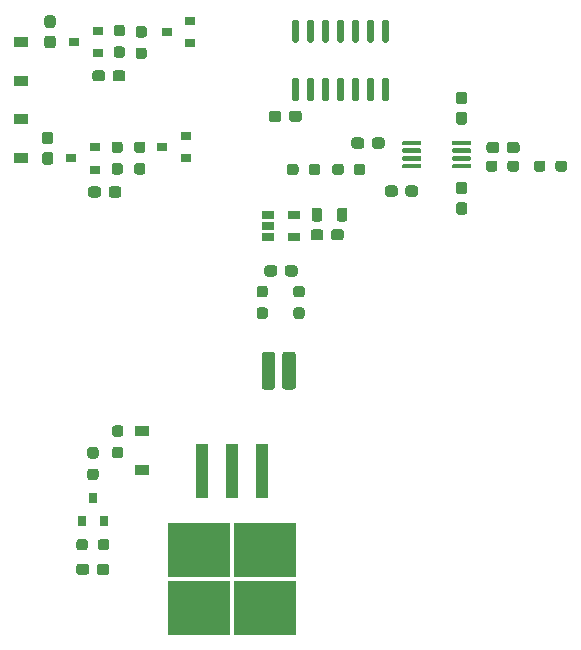
<source format=gbr>
G04 #@! TF.GenerationSoftware,KiCad,Pcbnew,5.1.10-88a1d61d58~90~ubuntu20.04.1*
G04 #@! TF.CreationDate,2021-09-05T17:22:48+01:00*
G04 #@! TF.ProjectId,hl2_extpamon,686c325f-6578-4747-9061-6d6f6e2e6b69,1*
G04 #@! TF.SameCoordinates,PX59a5380PY35d55f4*
G04 #@! TF.FileFunction,Paste,Top*
G04 #@! TF.FilePolarity,Positive*
%FSLAX46Y46*%
G04 Gerber Fmt 4.6, Leading zero omitted, Abs format (unit mm)*
G04 Created by KiCad (PCBNEW 5.1.10-88a1d61d58~90~ubuntu20.04.1) date 2021-09-05 17:22:48*
%MOMM*%
%LPD*%
G01*
G04 APERTURE LIST*
%ADD10R,1.060000X0.650000*%
%ADD11R,0.900000X0.800000*%
%ADD12R,0.800000X0.900000*%
%ADD13R,5.250000X4.550000*%
%ADD14R,1.100000X4.600000*%
%ADD15R,1.200000X0.900000*%
G04 APERTURE END LIST*
G36*
G01*
X31170600Y-34524799D02*
X31170600Y-37255601D01*
G75*
G02*
X30936001Y-37490200I-234599J0D01*
G01*
X30255199Y-37490200D01*
G75*
G02*
X30020600Y-37255601I0J234599D01*
G01*
X30020600Y-34524799D01*
G75*
G02*
X30255199Y-34290200I234599J0D01*
G01*
X30936001Y-34290200D01*
G75*
G02*
X31170600Y-34524799I0J-234599D01*
G01*
G37*
G36*
G01*
X32920600Y-34524799D02*
X32920600Y-37255601D01*
G75*
G02*
X32686001Y-37490200I-234599J0D01*
G01*
X32005199Y-37490200D01*
G75*
G02*
X31770600Y-37255601I0J234599D01*
G01*
X31770600Y-34524799D01*
G75*
G02*
X32005199Y-34290200I234599J0D01*
G01*
X32686001Y-34290200D01*
G75*
G02*
X32920600Y-34524799I0J-234599D01*
G01*
G37*
G36*
G01*
X33037100Y-8101200D02*
X32737100Y-8101200D01*
G75*
G02*
X32587100Y-7951200I0J150000D01*
G01*
X32587100Y-6301200D01*
G75*
G02*
X32737100Y-6151200I150000J0D01*
G01*
X33037100Y-6151200D01*
G75*
G02*
X33187100Y-6301200I0J-150000D01*
G01*
X33187100Y-7951200D01*
G75*
G02*
X33037100Y-8101200I-150000J0D01*
G01*
G37*
G36*
G01*
X34307100Y-8101200D02*
X34007100Y-8101200D01*
G75*
G02*
X33857100Y-7951200I0J150000D01*
G01*
X33857100Y-6301200D01*
G75*
G02*
X34007100Y-6151200I150000J0D01*
G01*
X34307100Y-6151200D01*
G75*
G02*
X34457100Y-6301200I0J-150000D01*
G01*
X34457100Y-7951200D01*
G75*
G02*
X34307100Y-8101200I-150000J0D01*
G01*
G37*
G36*
G01*
X35577100Y-8101200D02*
X35277100Y-8101200D01*
G75*
G02*
X35127100Y-7951200I0J150000D01*
G01*
X35127100Y-6301200D01*
G75*
G02*
X35277100Y-6151200I150000J0D01*
G01*
X35577100Y-6151200D01*
G75*
G02*
X35727100Y-6301200I0J-150000D01*
G01*
X35727100Y-7951200D01*
G75*
G02*
X35577100Y-8101200I-150000J0D01*
G01*
G37*
G36*
G01*
X36847100Y-8101200D02*
X36547100Y-8101200D01*
G75*
G02*
X36397100Y-7951200I0J150000D01*
G01*
X36397100Y-6301200D01*
G75*
G02*
X36547100Y-6151200I150000J0D01*
G01*
X36847100Y-6151200D01*
G75*
G02*
X36997100Y-6301200I0J-150000D01*
G01*
X36997100Y-7951200D01*
G75*
G02*
X36847100Y-8101200I-150000J0D01*
G01*
G37*
G36*
G01*
X38117100Y-8101200D02*
X37817100Y-8101200D01*
G75*
G02*
X37667100Y-7951200I0J150000D01*
G01*
X37667100Y-6301200D01*
G75*
G02*
X37817100Y-6151200I150000J0D01*
G01*
X38117100Y-6151200D01*
G75*
G02*
X38267100Y-6301200I0J-150000D01*
G01*
X38267100Y-7951200D01*
G75*
G02*
X38117100Y-8101200I-150000J0D01*
G01*
G37*
G36*
G01*
X39387100Y-8101200D02*
X39087100Y-8101200D01*
G75*
G02*
X38937100Y-7951200I0J150000D01*
G01*
X38937100Y-6301200D01*
G75*
G02*
X39087100Y-6151200I150000J0D01*
G01*
X39387100Y-6151200D01*
G75*
G02*
X39537100Y-6301200I0J-150000D01*
G01*
X39537100Y-7951200D01*
G75*
G02*
X39387100Y-8101200I-150000J0D01*
G01*
G37*
G36*
G01*
X40657100Y-8101200D02*
X40357100Y-8101200D01*
G75*
G02*
X40207100Y-7951200I0J150000D01*
G01*
X40207100Y-6301200D01*
G75*
G02*
X40357100Y-6151200I150000J0D01*
G01*
X40657100Y-6151200D01*
G75*
G02*
X40807100Y-6301200I0J-150000D01*
G01*
X40807100Y-7951200D01*
G75*
G02*
X40657100Y-8101200I-150000J0D01*
G01*
G37*
G36*
G01*
X40657100Y-13051200D02*
X40357100Y-13051200D01*
G75*
G02*
X40207100Y-12901200I0J150000D01*
G01*
X40207100Y-11251200D01*
G75*
G02*
X40357100Y-11101200I150000J0D01*
G01*
X40657100Y-11101200D01*
G75*
G02*
X40807100Y-11251200I0J-150000D01*
G01*
X40807100Y-12901200D01*
G75*
G02*
X40657100Y-13051200I-150000J0D01*
G01*
G37*
G36*
G01*
X39387100Y-13051200D02*
X39087100Y-13051200D01*
G75*
G02*
X38937100Y-12901200I0J150000D01*
G01*
X38937100Y-11251200D01*
G75*
G02*
X39087100Y-11101200I150000J0D01*
G01*
X39387100Y-11101200D01*
G75*
G02*
X39537100Y-11251200I0J-150000D01*
G01*
X39537100Y-12901200D01*
G75*
G02*
X39387100Y-13051200I-150000J0D01*
G01*
G37*
G36*
G01*
X38117100Y-13051200D02*
X37817100Y-13051200D01*
G75*
G02*
X37667100Y-12901200I0J150000D01*
G01*
X37667100Y-11251200D01*
G75*
G02*
X37817100Y-11101200I150000J0D01*
G01*
X38117100Y-11101200D01*
G75*
G02*
X38267100Y-11251200I0J-150000D01*
G01*
X38267100Y-12901200D01*
G75*
G02*
X38117100Y-13051200I-150000J0D01*
G01*
G37*
G36*
G01*
X36847100Y-13051200D02*
X36547100Y-13051200D01*
G75*
G02*
X36397100Y-12901200I0J150000D01*
G01*
X36397100Y-11251200D01*
G75*
G02*
X36547100Y-11101200I150000J0D01*
G01*
X36847100Y-11101200D01*
G75*
G02*
X36997100Y-11251200I0J-150000D01*
G01*
X36997100Y-12901200D01*
G75*
G02*
X36847100Y-13051200I-150000J0D01*
G01*
G37*
G36*
G01*
X35577100Y-13051200D02*
X35277100Y-13051200D01*
G75*
G02*
X35127100Y-12901200I0J150000D01*
G01*
X35127100Y-11251200D01*
G75*
G02*
X35277100Y-11101200I150000J0D01*
G01*
X35577100Y-11101200D01*
G75*
G02*
X35727100Y-11251200I0J-150000D01*
G01*
X35727100Y-12901200D01*
G75*
G02*
X35577100Y-13051200I-150000J0D01*
G01*
G37*
G36*
G01*
X34307100Y-13051200D02*
X34007100Y-13051200D01*
G75*
G02*
X33857100Y-12901200I0J150000D01*
G01*
X33857100Y-11251200D01*
G75*
G02*
X34007100Y-11101200I150000J0D01*
G01*
X34307100Y-11101200D01*
G75*
G02*
X34457100Y-11251200I0J-150000D01*
G01*
X34457100Y-12901200D01*
G75*
G02*
X34307100Y-13051200I-150000J0D01*
G01*
G37*
G36*
G01*
X33037100Y-13051200D02*
X32737100Y-13051200D01*
G75*
G02*
X32587100Y-12901200I0J150000D01*
G01*
X32587100Y-11251200D01*
G75*
G02*
X32737100Y-11101200I150000J0D01*
G01*
X33037100Y-11101200D01*
G75*
G02*
X33187100Y-11251200I0J-150000D01*
G01*
X33187100Y-12901200D01*
G75*
G02*
X33037100Y-13051200I-150000J0D01*
G01*
G37*
G36*
G01*
X46150500Y-16714500D02*
X46150500Y-16514500D01*
G75*
G02*
X46250500Y-16414500I100000J0D01*
G01*
X47675500Y-16414500D01*
G75*
G02*
X47775500Y-16514500I0J-100000D01*
G01*
X47775500Y-16714500D01*
G75*
G02*
X47675500Y-16814500I-100000J0D01*
G01*
X46250500Y-16814500D01*
G75*
G02*
X46150500Y-16714500I0J100000D01*
G01*
G37*
G36*
G01*
X46150500Y-17364500D02*
X46150500Y-17164500D01*
G75*
G02*
X46250500Y-17064500I100000J0D01*
G01*
X47675500Y-17064500D01*
G75*
G02*
X47775500Y-17164500I0J-100000D01*
G01*
X47775500Y-17364500D01*
G75*
G02*
X47675500Y-17464500I-100000J0D01*
G01*
X46250500Y-17464500D01*
G75*
G02*
X46150500Y-17364500I0J100000D01*
G01*
G37*
G36*
G01*
X46150500Y-18014500D02*
X46150500Y-17814500D01*
G75*
G02*
X46250500Y-17714500I100000J0D01*
G01*
X47675500Y-17714500D01*
G75*
G02*
X47775500Y-17814500I0J-100000D01*
G01*
X47775500Y-18014500D01*
G75*
G02*
X47675500Y-18114500I-100000J0D01*
G01*
X46250500Y-18114500D01*
G75*
G02*
X46150500Y-18014500I0J100000D01*
G01*
G37*
G36*
G01*
X46150500Y-18664500D02*
X46150500Y-18464500D01*
G75*
G02*
X46250500Y-18364500I100000J0D01*
G01*
X47675500Y-18364500D01*
G75*
G02*
X47775500Y-18464500I0J-100000D01*
G01*
X47775500Y-18664500D01*
G75*
G02*
X47675500Y-18764500I-100000J0D01*
G01*
X46250500Y-18764500D01*
G75*
G02*
X46150500Y-18664500I0J100000D01*
G01*
G37*
G36*
G01*
X41925500Y-18664500D02*
X41925500Y-18464500D01*
G75*
G02*
X42025500Y-18364500I100000J0D01*
G01*
X43450500Y-18364500D01*
G75*
G02*
X43550500Y-18464500I0J-100000D01*
G01*
X43550500Y-18664500D01*
G75*
G02*
X43450500Y-18764500I-100000J0D01*
G01*
X42025500Y-18764500D01*
G75*
G02*
X41925500Y-18664500I0J100000D01*
G01*
G37*
G36*
G01*
X41925500Y-18014500D02*
X41925500Y-17814500D01*
G75*
G02*
X42025500Y-17714500I100000J0D01*
G01*
X43450500Y-17714500D01*
G75*
G02*
X43550500Y-17814500I0J-100000D01*
G01*
X43550500Y-18014500D01*
G75*
G02*
X43450500Y-18114500I-100000J0D01*
G01*
X42025500Y-18114500D01*
G75*
G02*
X41925500Y-18014500I0J100000D01*
G01*
G37*
G36*
G01*
X41925500Y-17364500D02*
X41925500Y-17164500D01*
G75*
G02*
X42025500Y-17064500I100000J0D01*
G01*
X43450500Y-17064500D01*
G75*
G02*
X43550500Y-17164500I0J-100000D01*
G01*
X43550500Y-17364500D01*
G75*
G02*
X43450500Y-17464500I-100000J0D01*
G01*
X42025500Y-17464500D01*
G75*
G02*
X41925500Y-17364500I0J100000D01*
G01*
G37*
G36*
G01*
X41925500Y-16714500D02*
X41925500Y-16514500D01*
G75*
G02*
X42025500Y-16414500I100000J0D01*
G01*
X43450500Y-16414500D01*
G75*
G02*
X43550500Y-16514500I0J-100000D01*
G01*
X43550500Y-16714500D01*
G75*
G02*
X43450500Y-16814500I-100000J0D01*
G01*
X42025500Y-16814500D01*
G75*
G02*
X41925500Y-16714500I0J100000D01*
G01*
G37*
G36*
G01*
X32953000Y-30527000D02*
X33428000Y-30527000D01*
G75*
G02*
X33665500Y-30764500I0J-237500D01*
G01*
X33665500Y-31264500D01*
G75*
G02*
X33428000Y-31502000I-237500J0D01*
G01*
X32953000Y-31502000D01*
G75*
G02*
X32715500Y-31264500I0J237500D01*
G01*
X32715500Y-30764500D01*
G75*
G02*
X32953000Y-30527000I237500J0D01*
G01*
G37*
G36*
G01*
X32953000Y-28702000D02*
X33428000Y-28702000D01*
G75*
G02*
X33665500Y-28939500I0J-237500D01*
G01*
X33665500Y-29439500D01*
G75*
G02*
X33428000Y-29677000I-237500J0D01*
G01*
X32953000Y-29677000D01*
G75*
G02*
X32715500Y-29439500I0J237500D01*
G01*
X32715500Y-28939500D01*
G75*
G02*
X32953000Y-28702000I237500J0D01*
G01*
G37*
G36*
G01*
X16165700Y-50850000D02*
X16165700Y-50375000D01*
G75*
G02*
X16403200Y-50137500I237500J0D01*
G01*
X16903200Y-50137500D01*
G75*
G02*
X17140700Y-50375000I0J-237500D01*
G01*
X17140700Y-50850000D01*
G75*
G02*
X16903200Y-51087500I-237500J0D01*
G01*
X16403200Y-51087500D01*
G75*
G02*
X16165700Y-50850000I0J237500D01*
G01*
G37*
G36*
G01*
X14340700Y-50850000D02*
X14340700Y-50375000D01*
G75*
G02*
X14578200Y-50137500I237500J0D01*
G01*
X15078200Y-50137500D01*
G75*
G02*
X15315700Y-50375000I0J-237500D01*
G01*
X15315700Y-50850000D01*
G75*
G02*
X15078200Y-51087500I-237500J0D01*
G01*
X14578200Y-51087500D01*
G75*
G02*
X14340700Y-50850000I0J237500D01*
G01*
G37*
G36*
G01*
X19942000Y-17456600D02*
X19467000Y-17456600D01*
G75*
G02*
X19229500Y-17219100I0J237500D01*
G01*
X19229500Y-16719100D01*
G75*
G02*
X19467000Y-16481600I237500J0D01*
G01*
X19942000Y-16481600D01*
G75*
G02*
X20179500Y-16719100I0J-237500D01*
G01*
X20179500Y-17219100D01*
G75*
G02*
X19942000Y-17456600I-237500J0D01*
G01*
G37*
G36*
G01*
X19942000Y-19281600D02*
X19467000Y-19281600D01*
G75*
G02*
X19229500Y-19044100I0J237500D01*
G01*
X19229500Y-18544100D01*
G75*
G02*
X19467000Y-18306600I237500J0D01*
G01*
X19942000Y-18306600D01*
G75*
G02*
X20179500Y-18544100I0J-237500D01*
G01*
X20179500Y-19044100D01*
G75*
G02*
X19942000Y-19281600I-237500J0D01*
G01*
G37*
G36*
G01*
X17562000Y-18306600D02*
X18037000Y-18306600D01*
G75*
G02*
X18274500Y-18544100I0J-237500D01*
G01*
X18274500Y-19044100D01*
G75*
G02*
X18037000Y-19281600I-237500J0D01*
G01*
X17562000Y-19281600D01*
G75*
G02*
X17324500Y-19044100I0J237500D01*
G01*
X17324500Y-18544100D01*
G75*
G02*
X17562000Y-18306600I237500J0D01*
G01*
G37*
G36*
G01*
X17562000Y-16481600D02*
X18037000Y-16481600D01*
G75*
G02*
X18274500Y-16719100I0J-237500D01*
G01*
X18274500Y-17219100D01*
G75*
G02*
X18037000Y-17456600I-237500J0D01*
G01*
X17562000Y-17456600D01*
G75*
G02*
X17324500Y-17219100I0J237500D01*
G01*
X17324500Y-16719100D01*
G75*
G02*
X17562000Y-16481600I237500J0D01*
G01*
G37*
G36*
G01*
X29841500Y-30527000D02*
X30316500Y-30527000D01*
G75*
G02*
X30554000Y-30764500I0J-237500D01*
G01*
X30554000Y-31264500D01*
G75*
G02*
X30316500Y-31502000I-237500J0D01*
G01*
X29841500Y-31502000D01*
G75*
G02*
X29604000Y-31264500I0J237500D01*
G01*
X29604000Y-30764500D01*
G75*
G02*
X29841500Y-30527000I237500J0D01*
G01*
G37*
G36*
G01*
X29841500Y-28702000D02*
X30316500Y-28702000D01*
G75*
G02*
X30554000Y-28939500I0J-237500D01*
G01*
X30554000Y-29439500D01*
G75*
G02*
X30316500Y-29677000I-237500J0D01*
G01*
X29841500Y-29677000D01*
G75*
G02*
X29604000Y-29439500I0J237500D01*
G01*
X29604000Y-28939500D01*
G75*
G02*
X29841500Y-28702000I237500J0D01*
G01*
G37*
G36*
G01*
X50838100Y-18804900D02*
X50838100Y-18329900D01*
G75*
G02*
X51075600Y-18092400I237500J0D01*
G01*
X51575600Y-18092400D01*
G75*
G02*
X51813100Y-18329900I0J-237500D01*
G01*
X51813100Y-18804900D01*
G75*
G02*
X51575600Y-19042400I-237500J0D01*
G01*
X51075600Y-19042400D01*
G75*
G02*
X50838100Y-18804900I0J237500D01*
G01*
G37*
G36*
G01*
X49013100Y-18804900D02*
X49013100Y-18329900D01*
G75*
G02*
X49250600Y-18092400I237500J0D01*
G01*
X49750600Y-18092400D01*
G75*
G02*
X49988100Y-18329900I0J-237500D01*
G01*
X49988100Y-18804900D01*
G75*
G02*
X49750600Y-19042400I-237500J0D01*
G01*
X49250600Y-19042400D01*
G75*
G02*
X49013100Y-18804900I0J237500D01*
G01*
G37*
G36*
G01*
X36985200Y-18609300D02*
X36985200Y-19084300D01*
G75*
G02*
X36747700Y-19321800I-237500J0D01*
G01*
X36247700Y-19321800D01*
G75*
G02*
X36010200Y-19084300I0J237500D01*
G01*
X36010200Y-18609300D01*
G75*
G02*
X36247700Y-18371800I237500J0D01*
G01*
X36747700Y-18371800D01*
G75*
G02*
X36985200Y-18609300I0J-237500D01*
G01*
G37*
G36*
G01*
X38810200Y-18609300D02*
X38810200Y-19084300D01*
G75*
G02*
X38572700Y-19321800I-237500J0D01*
G01*
X38072700Y-19321800D01*
G75*
G02*
X37835200Y-19084300I0J237500D01*
G01*
X37835200Y-18609300D01*
G75*
G02*
X38072700Y-18371800I237500J0D01*
G01*
X38572700Y-18371800D01*
G75*
G02*
X38810200Y-18609300I0J-237500D01*
G01*
G37*
G36*
G01*
X54902100Y-18804900D02*
X54902100Y-18329900D01*
G75*
G02*
X55139600Y-18092400I237500J0D01*
G01*
X55639600Y-18092400D01*
G75*
G02*
X55877100Y-18329900I0J-237500D01*
G01*
X55877100Y-18804900D01*
G75*
G02*
X55639600Y-19042400I-237500J0D01*
G01*
X55139600Y-19042400D01*
G75*
G02*
X54902100Y-18804900I0J237500D01*
G01*
G37*
G36*
G01*
X53077100Y-18804900D02*
X53077100Y-18329900D01*
G75*
G02*
X53314600Y-18092400I237500J0D01*
G01*
X53814600Y-18092400D01*
G75*
G02*
X54052100Y-18329900I0J-237500D01*
G01*
X54052100Y-18804900D01*
G75*
G02*
X53814600Y-19042400I-237500J0D01*
G01*
X53314600Y-19042400D01*
G75*
G02*
X53077100Y-18804900I0J237500D01*
G01*
G37*
G36*
G01*
X33147900Y-18609300D02*
X33147900Y-19084300D01*
G75*
G02*
X32910400Y-19321800I-237500J0D01*
G01*
X32410400Y-19321800D01*
G75*
G02*
X32172900Y-19084300I0J237500D01*
G01*
X32172900Y-18609300D01*
G75*
G02*
X32410400Y-18371800I237500J0D01*
G01*
X32910400Y-18371800D01*
G75*
G02*
X33147900Y-18609300I0J-237500D01*
G01*
G37*
G36*
G01*
X34972900Y-18609300D02*
X34972900Y-19084300D01*
G75*
G02*
X34735400Y-19321800I-237500J0D01*
G01*
X34235400Y-19321800D01*
G75*
G02*
X33997900Y-19084300I0J237500D01*
G01*
X33997900Y-18609300D01*
G75*
G02*
X34235400Y-18371800I237500J0D01*
G01*
X34735400Y-18371800D01*
G75*
G02*
X34972900Y-18609300I0J-237500D01*
G01*
G37*
G36*
G01*
X17739800Y-8426000D02*
X18214800Y-8426000D01*
G75*
G02*
X18452300Y-8663500I0J-237500D01*
G01*
X18452300Y-9163500D01*
G75*
G02*
X18214800Y-9401000I-237500J0D01*
G01*
X17739800Y-9401000D01*
G75*
G02*
X17502300Y-9163500I0J237500D01*
G01*
X17502300Y-8663500D01*
G75*
G02*
X17739800Y-8426000I237500J0D01*
G01*
G37*
G36*
G01*
X17739800Y-6601000D02*
X18214800Y-6601000D01*
G75*
G02*
X18452300Y-6838500I0J-237500D01*
G01*
X18452300Y-7338500D01*
G75*
G02*
X18214800Y-7576000I-237500J0D01*
G01*
X17739800Y-7576000D01*
G75*
G02*
X17502300Y-7338500I0J237500D01*
G01*
X17502300Y-6838500D01*
G75*
G02*
X17739800Y-6601000I237500J0D01*
G01*
G37*
G36*
G01*
X20069000Y-7677600D02*
X19594000Y-7677600D01*
G75*
G02*
X19356500Y-7440100I0J237500D01*
G01*
X19356500Y-6940100D01*
G75*
G02*
X19594000Y-6702600I237500J0D01*
G01*
X20069000Y-6702600D01*
G75*
G02*
X20306500Y-6940100I0J-237500D01*
G01*
X20306500Y-7440100D01*
G75*
G02*
X20069000Y-7677600I-237500J0D01*
G01*
G37*
G36*
G01*
X20069000Y-9502600D02*
X19594000Y-9502600D01*
G75*
G02*
X19356500Y-9265100I0J237500D01*
G01*
X19356500Y-8765100D01*
G75*
G02*
X19594000Y-8527600I237500J0D01*
G01*
X20069000Y-8527600D01*
G75*
G02*
X20306500Y-8765100I0J-237500D01*
G01*
X20306500Y-9265100D01*
G75*
G02*
X20069000Y-9502600I-237500J0D01*
G01*
G37*
G36*
G01*
X15503200Y-44179500D02*
X15978200Y-44179500D01*
G75*
G02*
X16215700Y-44417000I0J-237500D01*
G01*
X16215700Y-44917000D01*
G75*
G02*
X15978200Y-45154500I-237500J0D01*
G01*
X15503200Y-45154500D01*
G75*
G02*
X15265700Y-44917000I0J237500D01*
G01*
X15265700Y-44417000D01*
G75*
G02*
X15503200Y-44179500I237500J0D01*
G01*
G37*
G36*
G01*
X15503200Y-42354500D02*
X15978200Y-42354500D01*
G75*
G02*
X16215700Y-42592000I0J-237500D01*
G01*
X16215700Y-43092000D01*
G75*
G02*
X15978200Y-43329500I-237500J0D01*
G01*
X15503200Y-43329500D01*
G75*
G02*
X15265700Y-43092000I0J237500D01*
G01*
X15265700Y-42592000D01*
G75*
G02*
X15503200Y-42354500I237500J0D01*
G01*
G37*
G36*
G01*
X17598700Y-42338000D02*
X18073700Y-42338000D01*
G75*
G02*
X18311200Y-42575500I0J-237500D01*
G01*
X18311200Y-43075500D01*
G75*
G02*
X18073700Y-43313000I-237500J0D01*
G01*
X17598700Y-43313000D01*
G75*
G02*
X17361200Y-43075500I0J237500D01*
G01*
X17361200Y-42575500D01*
G75*
G02*
X17598700Y-42338000I237500J0D01*
G01*
G37*
G36*
G01*
X17598700Y-40513000D02*
X18073700Y-40513000D01*
G75*
G02*
X18311200Y-40750500I0J-237500D01*
G01*
X18311200Y-41250500D01*
G75*
G02*
X18073700Y-41488000I-237500J0D01*
G01*
X17598700Y-41488000D01*
G75*
G02*
X17361200Y-41250500I0J237500D01*
G01*
X17361200Y-40750500D01*
G75*
G02*
X17598700Y-40513000I237500J0D01*
G01*
G37*
G36*
G01*
X11669200Y-17368400D02*
X12144200Y-17368400D01*
G75*
G02*
X12381700Y-17605900I0J-237500D01*
G01*
X12381700Y-18205900D01*
G75*
G02*
X12144200Y-18443400I-237500J0D01*
G01*
X11669200Y-18443400D01*
G75*
G02*
X11431700Y-18205900I0J237500D01*
G01*
X11431700Y-17605900D01*
G75*
G02*
X11669200Y-17368400I237500J0D01*
G01*
G37*
G36*
G01*
X11669200Y-15643400D02*
X12144200Y-15643400D01*
G75*
G02*
X12381700Y-15880900I0J-237500D01*
G01*
X12381700Y-16480900D01*
G75*
G02*
X12144200Y-16718400I-237500J0D01*
G01*
X11669200Y-16718400D01*
G75*
G02*
X11431700Y-16480900I0J237500D01*
G01*
X11431700Y-15880900D01*
G75*
G02*
X11669200Y-15643400I237500J0D01*
G01*
G37*
G36*
G01*
X16414700Y-20514300D02*
X16414700Y-20989300D01*
G75*
G02*
X16177200Y-21226800I-237500J0D01*
G01*
X15577200Y-21226800D01*
G75*
G02*
X15339700Y-20989300I0J237500D01*
G01*
X15339700Y-20514300D01*
G75*
G02*
X15577200Y-20276800I237500J0D01*
G01*
X16177200Y-20276800D01*
G75*
G02*
X16414700Y-20514300I0J-237500D01*
G01*
G37*
G36*
G01*
X18139700Y-20514300D02*
X18139700Y-20989300D01*
G75*
G02*
X17902200Y-21226800I-237500J0D01*
G01*
X17302200Y-21226800D01*
G75*
G02*
X17064700Y-20989300I0J237500D01*
G01*
X17064700Y-20514300D01*
G75*
G02*
X17302200Y-20276800I237500J0D01*
G01*
X17902200Y-20276800D01*
G75*
G02*
X18139700Y-20514300I0J-237500D01*
G01*
G37*
G36*
G01*
X31991500Y-27672500D02*
X31991500Y-27197500D01*
G75*
G02*
X32229000Y-26960000I237500J0D01*
G01*
X32829000Y-26960000D01*
G75*
G02*
X33066500Y-27197500I0J-237500D01*
G01*
X33066500Y-27672500D01*
G75*
G02*
X32829000Y-27910000I-237500J0D01*
G01*
X32229000Y-27910000D01*
G75*
G02*
X31991500Y-27672500I0J237500D01*
G01*
G37*
G36*
G01*
X30266500Y-27672500D02*
X30266500Y-27197500D01*
G75*
G02*
X30504000Y-26960000I237500J0D01*
G01*
X31104000Y-26960000D01*
G75*
G02*
X31341500Y-27197500I0J-237500D01*
G01*
X31341500Y-27672500D01*
G75*
G02*
X31104000Y-27910000I-237500J0D01*
G01*
X30504000Y-27910000D01*
G75*
G02*
X30266500Y-27672500I0J237500D01*
G01*
G37*
G36*
G01*
X35904500Y-24621500D02*
X35904500Y-24146500D01*
G75*
G02*
X36142000Y-23909000I237500J0D01*
G01*
X36742000Y-23909000D01*
G75*
G02*
X36979500Y-24146500I0J-237500D01*
G01*
X36979500Y-24621500D01*
G75*
G02*
X36742000Y-24859000I-237500J0D01*
G01*
X36142000Y-24859000D01*
G75*
G02*
X35904500Y-24621500I0J237500D01*
G01*
G37*
G36*
G01*
X34179500Y-24621500D02*
X34179500Y-24146500D01*
G75*
G02*
X34417000Y-23909000I237500J0D01*
G01*
X35017000Y-23909000D01*
G75*
G02*
X35254500Y-24146500I0J-237500D01*
G01*
X35254500Y-24621500D01*
G75*
G02*
X35017000Y-24859000I-237500J0D01*
G01*
X34417000Y-24859000D01*
G75*
G02*
X34179500Y-24621500I0J237500D01*
G01*
G37*
G36*
G01*
X16065700Y-52945500D02*
X16065700Y-52470500D01*
G75*
G02*
X16303200Y-52233000I237500J0D01*
G01*
X16903200Y-52233000D01*
G75*
G02*
X17140700Y-52470500I0J-237500D01*
G01*
X17140700Y-52945500D01*
G75*
G02*
X16903200Y-53183000I-237500J0D01*
G01*
X16303200Y-53183000D01*
G75*
G02*
X16065700Y-52945500I0J237500D01*
G01*
G37*
G36*
G01*
X14340700Y-52945500D02*
X14340700Y-52470500D01*
G75*
G02*
X14578200Y-52233000I237500J0D01*
G01*
X15178200Y-52233000D01*
G75*
G02*
X15415700Y-52470500I0J-237500D01*
G01*
X15415700Y-52945500D01*
G75*
G02*
X15178200Y-53183000I-237500J0D01*
G01*
X14578200Y-53183000D01*
G75*
G02*
X14340700Y-52945500I0J237500D01*
G01*
G37*
G36*
G01*
X32348500Y-14588500D02*
X32348500Y-14113500D01*
G75*
G02*
X32586000Y-13876000I237500J0D01*
G01*
X33186000Y-13876000D01*
G75*
G02*
X33423500Y-14113500I0J-237500D01*
G01*
X33423500Y-14588500D01*
G75*
G02*
X33186000Y-14826000I-237500J0D01*
G01*
X32586000Y-14826000D01*
G75*
G02*
X32348500Y-14588500I0J237500D01*
G01*
G37*
G36*
G01*
X30623500Y-14588500D02*
X30623500Y-14113500D01*
G75*
G02*
X30861000Y-13876000I237500J0D01*
G01*
X31461000Y-13876000D01*
G75*
G02*
X31698500Y-14113500I0J-237500D01*
G01*
X31698500Y-14588500D01*
G75*
G02*
X31461000Y-14826000I-237500J0D01*
G01*
X30861000Y-14826000D01*
G75*
G02*
X30623500Y-14588500I0J237500D01*
G01*
G37*
G36*
G01*
X50788900Y-17230100D02*
X50788900Y-16755100D01*
G75*
G02*
X51026400Y-16517600I237500J0D01*
G01*
X51626400Y-16517600D01*
G75*
G02*
X51863900Y-16755100I0J-237500D01*
G01*
X51863900Y-17230100D01*
G75*
G02*
X51626400Y-17467600I-237500J0D01*
G01*
X51026400Y-17467600D01*
G75*
G02*
X50788900Y-17230100I0J237500D01*
G01*
G37*
G36*
G01*
X49063900Y-17230100D02*
X49063900Y-16755100D01*
G75*
G02*
X49301400Y-16517600I237500J0D01*
G01*
X49901400Y-16517600D01*
G75*
G02*
X50138900Y-16755100I0J-237500D01*
G01*
X50138900Y-17230100D01*
G75*
G02*
X49901400Y-17467600I-237500J0D01*
G01*
X49301400Y-17467600D01*
G75*
G02*
X49063900Y-17230100I0J237500D01*
G01*
G37*
G36*
G01*
X38708900Y-16374100D02*
X38708900Y-16849100D01*
G75*
G02*
X38471400Y-17086600I-237500J0D01*
G01*
X37871400Y-17086600D01*
G75*
G02*
X37633900Y-16849100I0J237500D01*
G01*
X37633900Y-16374100D01*
G75*
G02*
X37871400Y-16136600I237500J0D01*
G01*
X38471400Y-16136600D01*
G75*
G02*
X38708900Y-16374100I0J-237500D01*
G01*
G37*
G36*
G01*
X40433900Y-16374100D02*
X40433900Y-16849100D01*
G75*
G02*
X40196400Y-17086600I-237500J0D01*
G01*
X39596400Y-17086600D01*
G75*
G02*
X39358900Y-16849100I0J237500D01*
G01*
X39358900Y-16374100D01*
G75*
G02*
X39596400Y-16136600I237500J0D01*
G01*
X40196400Y-16136600D01*
G75*
G02*
X40433900Y-16374100I0J-237500D01*
G01*
G37*
G36*
G01*
X46721200Y-21610200D02*
X47196200Y-21610200D01*
G75*
G02*
X47433700Y-21847700I0J-237500D01*
G01*
X47433700Y-22447700D01*
G75*
G02*
X47196200Y-22685200I-237500J0D01*
G01*
X46721200Y-22685200D01*
G75*
G02*
X46483700Y-22447700I0J237500D01*
G01*
X46483700Y-21847700D01*
G75*
G02*
X46721200Y-21610200I237500J0D01*
G01*
G37*
G36*
G01*
X46721200Y-19885200D02*
X47196200Y-19885200D01*
G75*
G02*
X47433700Y-20122700I0J-237500D01*
G01*
X47433700Y-20722700D01*
G75*
G02*
X47196200Y-20960200I-237500J0D01*
G01*
X46721200Y-20960200D01*
G75*
G02*
X46483700Y-20722700I0J237500D01*
G01*
X46483700Y-20122700D01*
G75*
G02*
X46721200Y-19885200I237500J0D01*
G01*
G37*
G36*
G01*
X42203700Y-20913100D02*
X42203700Y-20438100D01*
G75*
G02*
X42441200Y-20200600I237500J0D01*
G01*
X43041200Y-20200600D01*
G75*
G02*
X43278700Y-20438100I0J-237500D01*
G01*
X43278700Y-20913100D01*
G75*
G02*
X43041200Y-21150600I-237500J0D01*
G01*
X42441200Y-21150600D01*
G75*
G02*
X42203700Y-20913100I0J237500D01*
G01*
G37*
G36*
G01*
X40478700Y-20913100D02*
X40478700Y-20438100D01*
G75*
G02*
X40716200Y-20200600I237500J0D01*
G01*
X41316200Y-20200600D01*
G75*
G02*
X41553700Y-20438100I0J-237500D01*
G01*
X41553700Y-20913100D01*
G75*
G02*
X41316200Y-21150600I-237500J0D01*
G01*
X40716200Y-21150600D01*
G75*
G02*
X40478700Y-20913100I0J237500D01*
G01*
G37*
G36*
G01*
X47183500Y-13327500D02*
X46708500Y-13327500D01*
G75*
G02*
X46471000Y-13090000I0J237500D01*
G01*
X46471000Y-12490000D01*
G75*
G02*
X46708500Y-12252500I237500J0D01*
G01*
X47183500Y-12252500D01*
G75*
G02*
X47421000Y-12490000I0J-237500D01*
G01*
X47421000Y-13090000D01*
G75*
G02*
X47183500Y-13327500I-237500J0D01*
G01*
G37*
G36*
G01*
X47183500Y-15052500D02*
X46708500Y-15052500D01*
G75*
G02*
X46471000Y-14815000I0J237500D01*
G01*
X46471000Y-14215000D01*
G75*
G02*
X46708500Y-13977500I237500J0D01*
G01*
X47183500Y-13977500D01*
G75*
G02*
X47421000Y-14215000I0J-237500D01*
G01*
X47421000Y-14815000D01*
G75*
G02*
X47183500Y-15052500I-237500J0D01*
G01*
G37*
G36*
G01*
X11872400Y-7514300D02*
X12347400Y-7514300D01*
G75*
G02*
X12584900Y-7751800I0J-237500D01*
G01*
X12584900Y-8351800D01*
G75*
G02*
X12347400Y-8589300I-237500J0D01*
G01*
X11872400Y-8589300D01*
G75*
G02*
X11634900Y-8351800I0J237500D01*
G01*
X11634900Y-7751800D01*
G75*
G02*
X11872400Y-7514300I237500J0D01*
G01*
G37*
G36*
G01*
X11872400Y-5789300D02*
X12347400Y-5789300D01*
G75*
G02*
X12584900Y-6026800I0J-237500D01*
G01*
X12584900Y-6626800D01*
G75*
G02*
X12347400Y-6864300I-237500J0D01*
G01*
X11872400Y-6864300D01*
G75*
G02*
X11634900Y-6626800I0J237500D01*
G01*
X11634900Y-6026800D01*
G75*
G02*
X11872400Y-5789300I237500J0D01*
G01*
G37*
G36*
G01*
X16763300Y-10684500D02*
X16763300Y-11159500D01*
G75*
G02*
X16525800Y-11397000I-237500J0D01*
G01*
X15925800Y-11397000D01*
G75*
G02*
X15688300Y-11159500I0J237500D01*
G01*
X15688300Y-10684500D01*
G75*
G02*
X15925800Y-10447000I237500J0D01*
G01*
X16525800Y-10447000D01*
G75*
G02*
X16763300Y-10684500I0J-237500D01*
G01*
G37*
G36*
G01*
X18488300Y-10684500D02*
X18488300Y-11159500D01*
G75*
G02*
X18250800Y-11397000I-237500J0D01*
G01*
X17650800Y-11397000D01*
G75*
G02*
X17413300Y-11159500I0J237500D01*
G01*
X17413300Y-10684500D01*
G75*
G02*
X17650800Y-10447000I237500J0D01*
G01*
X18250800Y-10447000D01*
G75*
G02*
X18488300Y-10684500I0J-237500D01*
G01*
G37*
G36*
G01*
X36395000Y-23050750D02*
X36395000Y-22288250D01*
G75*
G02*
X36613750Y-22069500I218750J0D01*
G01*
X37051250Y-22069500D01*
G75*
G02*
X37270000Y-22288250I0J-218750D01*
G01*
X37270000Y-23050750D01*
G75*
G02*
X37051250Y-23269500I-218750J0D01*
G01*
X36613750Y-23269500D01*
G75*
G02*
X36395000Y-23050750I0J218750D01*
G01*
G37*
G36*
G01*
X34270000Y-23050750D02*
X34270000Y-22288250D01*
G75*
G02*
X34488750Y-22069500I218750J0D01*
G01*
X34926250Y-22069500D01*
G75*
G02*
X35145000Y-22288250I0J-218750D01*
G01*
X35145000Y-23050750D01*
G75*
G02*
X34926250Y-23269500I-218750J0D01*
G01*
X34488750Y-23269500D01*
G75*
G02*
X34270000Y-23050750I0J218750D01*
G01*
G37*
D10*
X32766500Y-22675000D03*
X32766500Y-24575000D03*
X30566500Y-24575000D03*
X30566500Y-23625000D03*
X30566500Y-22675000D03*
D11*
X14157900Y-8051800D03*
X16157900Y-7101800D03*
X16157900Y-9001800D03*
X21981100Y-7188200D03*
X23981100Y-6238200D03*
X23981100Y-8138200D03*
X21600100Y-16967200D03*
X23600100Y-16017200D03*
X23600100Y-17917200D03*
X13903900Y-17907000D03*
X15903900Y-16957000D03*
X15903900Y-18857000D03*
D12*
X15740700Y-46628000D03*
X16690700Y-48628000D03*
X14790700Y-48628000D03*
D13*
X24751300Y-51095800D03*
X30301300Y-55945800D03*
X30301300Y-51095800D03*
X24751300Y-55945800D03*
D14*
X24986300Y-44370800D03*
X27526300Y-44370800D03*
X30066300Y-44370800D03*
D15*
X9652000Y-14581600D03*
X9652000Y-17881600D03*
X9646100Y-11352800D03*
X9646100Y-8052800D03*
X19931700Y-44261500D03*
X19931700Y-40961500D03*
M02*

</source>
